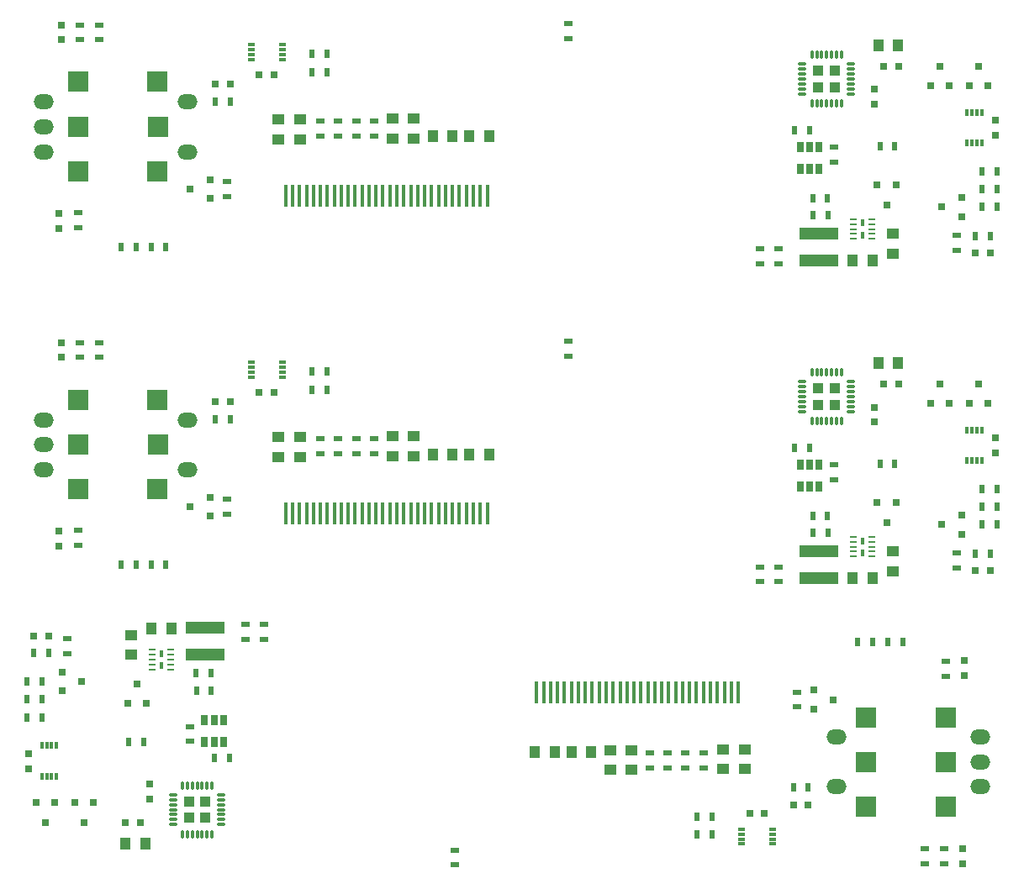
<source format=gbr>
G04 #@! TF.FileFunction,Paste,Top*
%FSLAX46Y46*%
G04 Gerber Fmt 4.6, Leading zero omitted, Abs format (unit mm)*
G04 Created by KiCad (PCBNEW (2016-05-02 BZR 6765, Git 2f87409)-product) date 2016-05-10 21:50:54*
%MOMM*%
%LPD*%
G01*
G04 APERTURE LIST*
%ADD10C,0.100000*%
%ADD11R,0.500000X0.900000*%
%ADD12R,0.900000X0.500000*%
%ADD13R,0.700000X0.250000*%
%ADD14R,0.384000X0.720000*%
%ADD15R,0.800100X0.800100*%
%ADD16R,0.400000X2.200000*%
%ADD17O,2.000000X1.524000*%
%ADD18R,2.000000X2.000000*%
%ADD19R,4.000000X1.300000*%
%ADD20R,0.300000X0.800000*%
%ADD21R,1.250000X1.000000*%
%ADD22R,1.000000X1.250000*%
%ADD23R,0.800000X0.750000*%
%ADD24R,0.750000X0.800000*%
%ADD25O,0.850000X0.300000*%
%ADD26O,0.300000X0.850000*%
%ADD27R,1.005000X1.005000*%
%ADD28R,0.650000X1.060000*%
%ADD29R,0.800000X0.300000*%
G04 APERTURE END LIST*
D10*
D11*
X168060000Y-71980000D03*
X169560000Y-71980000D03*
X178350000Y-74490000D03*
X179850000Y-74490000D03*
D12*
X163450000Y-72070000D03*
X163450000Y-73570000D03*
D13*
X167235000Y-81300000D03*
X167235000Y-80800000D03*
X167235000Y-80300000D03*
X167235000Y-79800000D03*
X167235000Y-79300000D03*
X165385000Y-79300000D03*
X165385000Y-79800000D03*
X165385000Y-80300000D03*
X165385000Y-80800000D03*
X165385000Y-81300000D03*
D14*
X166310000Y-79700000D03*
X166310000Y-80900000D03*
D15*
X176300760Y-79040000D03*
X176300760Y-77140000D03*
X174301780Y-78090000D03*
X173150000Y-65890760D03*
X175050000Y-65890760D03*
X174100000Y-63891780D03*
X177050000Y-65890760D03*
X178950000Y-65890760D03*
X178000000Y-63891780D03*
X100608980Y-77230000D03*
X100608980Y-75330000D03*
X98610000Y-76280000D03*
D11*
X161280000Y-77190000D03*
X162780000Y-77190000D03*
X161300000Y-78930000D03*
X162800000Y-78930000D03*
X159470000Y-70380000D03*
X160970000Y-70380000D03*
D12*
X136710000Y-59630000D03*
X136710000Y-61130000D03*
D11*
X179850000Y-76290000D03*
X178350000Y-76290000D03*
D12*
X102310000Y-75530000D03*
X102310000Y-77030000D03*
D11*
X179850000Y-78090000D03*
X178350000Y-78090000D03*
D12*
X175800000Y-82440000D03*
X175800000Y-80940000D03*
D11*
X177650000Y-80990000D03*
X179150000Y-80990000D03*
X94660000Y-82080000D03*
X96160000Y-82080000D03*
X91660000Y-82080000D03*
X93160000Y-82080000D03*
D12*
X157810000Y-82330000D03*
X157810000Y-83830000D03*
X89410000Y-59730000D03*
X89410000Y-61230000D03*
X156010000Y-82330000D03*
X156010000Y-83830000D03*
D11*
X101160000Y-67480000D03*
X102660000Y-67480000D03*
D12*
X87510000Y-61230000D03*
X87510000Y-59730000D03*
X87310000Y-78630000D03*
X87310000Y-80130000D03*
X117110000Y-70930000D03*
X117110000Y-69430000D03*
X111710000Y-70930000D03*
X111710000Y-69430000D03*
X115310000Y-70930000D03*
X115310000Y-69430000D03*
X113510000Y-70930000D03*
X113510000Y-69430000D03*
D16*
X128510000Y-76980000D03*
X127810000Y-76980000D03*
X127110000Y-76980000D03*
X126410000Y-76980000D03*
X125710000Y-76980000D03*
X125010000Y-76980000D03*
X124310000Y-76980000D03*
X123610000Y-76980000D03*
X122910000Y-76980000D03*
X122210000Y-76980000D03*
X121510000Y-76980000D03*
X120810000Y-76980000D03*
X120110000Y-76980000D03*
X119410000Y-76980000D03*
X118710000Y-76980000D03*
X118010000Y-76980000D03*
X117310000Y-76980000D03*
X116610000Y-76980000D03*
X115910000Y-76980000D03*
X115210000Y-76980000D03*
X114510000Y-76980000D03*
X113810000Y-76980000D03*
X113110000Y-76980000D03*
X112410000Y-76980000D03*
X111710000Y-76980000D03*
X111010000Y-76980000D03*
X110310000Y-76980000D03*
X109610000Y-76980000D03*
X108910000Y-76980000D03*
X108210000Y-76980000D03*
D17*
X83830000Y-72510000D03*
X83830000Y-70010000D03*
X83830000Y-67510000D03*
X98330000Y-67510000D03*
X98330000Y-72510000D03*
D18*
X87330000Y-70010000D03*
X95330000Y-70010000D03*
X95310000Y-65480000D03*
X87310000Y-65480000D03*
X95310000Y-74480000D03*
X87310000Y-74480000D03*
D19*
X161900000Y-83500000D03*
X161900000Y-80800000D03*
D20*
X178350000Y-71640000D03*
X178350000Y-68540000D03*
X177850000Y-71640000D03*
X177850000Y-68540000D03*
X177350000Y-71640000D03*
X177350000Y-68540000D03*
X176850000Y-71640000D03*
X176850000Y-68540000D03*
D21*
X169320000Y-80800000D03*
X169320000Y-82800000D03*
D22*
X167900000Y-61790000D03*
X169900000Y-61790000D03*
D23*
X168450000Y-63890000D03*
X169950000Y-63890000D03*
D24*
X167500000Y-66240000D03*
X167500000Y-67740000D03*
D22*
X165290000Y-83470000D03*
X167290000Y-83470000D03*
D23*
X177650000Y-82690000D03*
X179150000Y-82690000D03*
X102660000Y-65680000D03*
X101160000Y-65680000D03*
D24*
X85610000Y-59730000D03*
X85610000Y-61230000D03*
X85410000Y-80230000D03*
X85410000Y-78730000D03*
D21*
X119010000Y-69180000D03*
X119010000Y-71180000D03*
X109710000Y-71280000D03*
X109710000Y-69280000D03*
D22*
X128710000Y-70980000D03*
X126710000Y-70980000D03*
X125010000Y-70980000D03*
X123010000Y-70980000D03*
D21*
X121110000Y-71180000D03*
X121110000Y-69180000D03*
X107510000Y-71280000D03*
X107510000Y-69280000D03*
D25*
X165150000Y-66690000D03*
X165150000Y-66190000D03*
X165150000Y-65690000D03*
X165150000Y-65190000D03*
X165150000Y-64690000D03*
X165150000Y-64190000D03*
X165150000Y-63690000D03*
D26*
X164200000Y-62740000D03*
X163700000Y-62740000D03*
X163200000Y-62740000D03*
X162700000Y-62740000D03*
X162200000Y-62740000D03*
X161700000Y-62740000D03*
X161200000Y-62740000D03*
D25*
X160250000Y-63690000D03*
X160250000Y-64190000D03*
X160250000Y-64690000D03*
X160250000Y-65190000D03*
X160250000Y-65690000D03*
X160250000Y-66190000D03*
X160250000Y-66690000D03*
D26*
X161200000Y-67640000D03*
X161700000Y-67640000D03*
X162200000Y-67640000D03*
X162700000Y-67640000D03*
X163200000Y-67640000D03*
X163700000Y-67640000D03*
X164200000Y-67640000D03*
D27*
X161862500Y-64352500D03*
X161862500Y-66027500D03*
X163537500Y-64352500D03*
X163537500Y-66027500D03*
D24*
X179700000Y-70840000D03*
X179700000Y-69340000D03*
D15*
X169690000Y-75869240D03*
X167790000Y-75869240D03*
X168740000Y-77868220D03*
D28*
X160040000Y-74250000D03*
X160990000Y-74250000D03*
X161940000Y-74250000D03*
X161940000Y-72050000D03*
X160040000Y-72050000D03*
X160990000Y-72050000D03*
D23*
X105560000Y-64780000D03*
X107060000Y-64780000D03*
D11*
X112360000Y-64480000D03*
X110860000Y-64480000D03*
X112360000Y-62680000D03*
X110860000Y-62680000D03*
D29*
X104760000Y-63230000D03*
X107860000Y-63230000D03*
X104760000Y-62730000D03*
X107860000Y-62730000D03*
X104760000Y-62230000D03*
X107860000Y-62230000D03*
X104760000Y-61730000D03*
X107860000Y-61730000D03*
D11*
X168060000Y-103990000D03*
X169560000Y-103990000D03*
X178350000Y-106500000D03*
X179850000Y-106500000D03*
D12*
X163450000Y-104080000D03*
X163450000Y-105580000D03*
D13*
X167235000Y-113310000D03*
X167235000Y-112810000D03*
X167235000Y-112310000D03*
X167235000Y-111810000D03*
X167235000Y-111310000D03*
X165385000Y-111310000D03*
X165385000Y-111810000D03*
X165385000Y-112310000D03*
X165385000Y-112810000D03*
X165385000Y-113310000D03*
D14*
X166310000Y-111710000D03*
X166310000Y-112910000D03*
D15*
X176300760Y-111050000D03*
X176300760Y-109150000D03*
X174301780Y-110100000D03*
X173150000Y-97900760D03*
X175050000Y-97900760D03*
X174100000Y-95901780D03*
X177050000Y-97900760D03*
X178950000Y-97900760D03*
X178000000Y-95901780D03*
X100608980Y-109240000D03*
X100608980Y-107340000D03*
X98610000Y-108290000D03*
D11*
X161280000Y-109200000D03*
X162780000Y-109200000D03*
X161300000Y-110940000D03*
X162800000Y-110940000D03*
X159470000Y-102390000D03*
X160970000Y-102390000D03*
D12*
X136710000Y-91640000D03*
X136710000Y-93140000D03*
D11*
X179850000Y-108300000D03*
X178350000Y-108300000D03*
D12*
X102310000Y-107540000D03*
X102310000Y-109040000D03*
D11*
X179850000Y-110100000D03*
X178350000Y-110100000D03*
D12*
X175800000Y-114450000D03*
X175800000Y-112950000D03*
D11*
X177650000Y-113000000D03*
X179150000Y-113000000D03*
X94660000Y-114090000D03*
X96160000Y-114090000D03*
X91660000Y-114090000D03*
X93160000Y-114090000D03*
D12*
X157810000Y-114340000D03*
X157810000Y-115840000D03*
X89410000Y-91740000D03*
X89410000Y-93240000D03*
X156010000Y-114340000D03*
X156010000Y-115840000D03*
D11*
X101160000Y-99490000D03*
X102660000Y-99490000D03*
D12*
X87510000Y-93240000D03*
X87510000Y-91740000D03*
X87310000Y-110640000D03*
X87310000Y-112140000D03*
X117110000Y-102940000D03*
X117110000Y-101440000D03*
X111710000Y-102940000D03*
X111710000Y-101440000D03*
X115310000Y-102940000D03*
X115310000Y-101440000D03*
X113510000Y-102940000D03*
X113510000Y-101440000D03*
D16*
X128510000Y-108990000D03*
X127810000Y-108990000D03*
X127110000Y-108990000D03*
X126410000Y-108990000D03*
X125710000Y-108990000D03*
X125010000Y-108990000D03*
X124310000Y-108990000D03*
X123610000Y-108990000D03*
X122910000Y-108990000D03*
X122210000Y-108990000D03*
X121510000Y-108990000D03*
X120810000Y-108990000D03*
X120110000Y-108990000D03*
X119410000Y-108990000D03*
X118710000Y-108990000D03*
X118010000Y-108990000D03*
X117310000Y-108990000D03*
X116610000Y-108990000D03*
X115910000Y-108990000D03*
X115210000Y-108990000D03*
X114510000Y-108990000D03*
X113810000Y-108990000D03*
X113110000Y-108990000D03*
X112410000Y-108990000D03*
X111710000Y-108990000D03*
X111010000Y-108990000D03*
X110310000Y-108990000D03*
X109610000Y-108990000D03*
X108910000Y-108990000D03*
X108210000Y-108990000D03*
D17*
X83830000Y-104520000D03*
X83830000Y-102020000D03*
X83830000Y-99520000D03*
X98330000Y-99520000D03*
X98330000Y-104520000D03*
D18*
X87330000Y-102020000D03*
X95330000Y-102020000D03*
X95310000Y-97490000D03*
X87310000Y-97490000D03*
X95310000Y-106490000D03*
X87310000Y-106490000D03*
D19*
X161900000Y-115510000D03*
X161900000Y-112810000D03*
D20*
X178350000Y-103650000D03*
X178350000Y-100550000D03*
X177850000Y-103650000D03*
X177850000Y-100550000D03*
X177350000Y-103650000D03*
X177350000Y-100550000D03*
X176850000Y-103650000D03*
X176850000Y-100550000D03*
D21*
X169320000Y-112810000D03*
X169320000Y-114810000D03*
D22*
X167900000Y-93800000D03*
X169900000Y-93800000D03*
D23*
X168450000Y-95900000D03*
X169950000Y-95900000D03*
D24*
X167500000Y-98250000D03*
X167500000Y-99750000D03*
D22*
X165290000Y-115480000D03*
X167290000Y-115480000D03*
D23*
X177650000Y-114700000D03*
X179150000Y-114700000D03*
X102660000Y-97690000D03*
X101160000Y-97690000D03*
D24*
X85610000Y-91740000D03*
X85610000Y-93240000D03*
X85410000Y-112240000D03*
X85410000Y-110740000D03*
D21*
X119010000Y-101190000D03*
X119010000Y-103190000D03*
X109710000Y-103290000D03*
X109710000Y-101290000D03*
D22*
X128710000Y-102990000D03*
X126710000Y-102990000D03*
X125010000Y-102990000D03*
X123010000Y-102990000D03*
D21*
X121110000Y-103190000D03*
X121110000Y-101190000D03*
X107510000Y-103290000D03*
X107510000Y-101290000D03*
D25*
X165150000Y-98700000D03*
X165150000Y-98200000D03*
X165150000Y-97700000D03*
X165150000Y-97200000D03*
X165150000Y-96700000D03*
X165150000Y-96200000D03*
X165150000Y-95700000D03*
D26*
X164200000Y-94750000D03*
X163700000Y-94750000D03*
X163200000Y-94750000D03*
X162700000Y-94750000D03*
X162200000Y-94750000D03*
X161700000Y-94750000D03*
X161200000Y-94750000D03*
D25*
X160250000Y-95700000D03*
X160250000Y-96200000D03*
X160250000Y-96700000D03*
X160250000Y-97200000D03*
X160250000Y-97700000D03*
X160250000Y-98200000D03*
X160250000Y-98700000D03*
D26*
X161200000Y-99650000D03*
X161700000Y-99650000D03*
X162200000Y-99650000D03*
X162700000Y-99650000D03*
X163200000Y-99650000D03*
X163700000Y-99650000D03*
X164200000Y-99650000D03*
D27*
X161862500Y-96362500D03*
X161862500Y-98037500D03*
X163537500Y-96362500D03*
X163537500Y-98037500D03*
D24*
X179700000Y-102850000D03*
X179700000Y-101350000D03*
D15*
X169690000Y-107879240D03*
X167790000Y-107879240D03*
X168740000Y-109878220D03*
D28*
X160040000Y-106260000D03*
X160990000Y-106260000D03*
X161940000Y-106260000D03*
X161940000Y-104060000D03*
X160040000Y-104060000D03*
X160990000Y-104060000D03*
D23*
X105560000Y-96790000D03*
X107060000Y-96790000D03*
D11*
X112360000Y-96490000D03*
X110860000Y-96490000D03*
X112360000Y-94690000D03*
X110860000Y-94690000D03*
D29*
X104760000Y-95240000D03*
X107860000Y-95240000D03*
X104760000Y-94740000D03*
X107860000Y-94740000D03*
X104760000Y-94240000D03*
X107860000Y-94240000D03*
X104760000Y-93740000D03*
X107860000Y-93740000D03*
D11*
X93940000Y-132020000D03*
X92440000Y-132020000D03*
X83650000Y-129510000D03*
X82150000Y-129510000D03*
D12*
X98550000Y-131930000D03*
X98550000Y-130430000D03*
D13*
X94765000Y-122700000D03*
X94765000Y-123200000D03*
X94765000Y-123700000D03*
X94765000Y-124200000D03*
X94765000Y-124700000D03*
X96615000Y-124700000D03*
X96615000Y-124200000D03*
X96615000Y-123700000D03*
X96615000Y-123200000D03*
X96615000Y-122700000D03*
D14*
X95690000Y-124300000D03*
X95690000Y-123100000D03*
D15*
X85699240Y-124960000D03*
X85699240Y-126860000D03*
X87698220Y-125910000D03*
X88850000Y-138109240D03*
X86950000Y-138109240D03*
X87900000Y-140108220D03*
X84950000Y-138109240D03*
X83050000Y-138109240D03*
X84000000Y-140108220D03*
X161391020Y-126770000D03*
X161391020Y-128670000D03*
X163390000Y-127720000D03*
D11*
X100720000Y-126810000D03*
X99220000Y-126810000D03*
X100700000Y-125070000D03*
X99200000Y-125070000D03*
X102530000Y-133620000D03*
X101030000Y-133620000D03*
D12*
X125290000Y-144370000D03*
X125290000Y-142870000D03*
D11*
X82150000Y-127710000D03*
X83650000Y-127710000D03*
D12*
X159690000Y-128470000D03*
X159690000Y-126970000D03*
D11*
X82150000Y-125910000D03*
X83650000Y-125910000D03*
D12*
X86200000Y-121560000D03*
X86200000Y-123060000D03*
D11*
X84350000Y-123010000D03*
X82850000Y-123010000D03*
X167340000Y-121920000D03*
X165840000Y-121920000D03*
X170340000Y-121920000D03*
X168840000Y-121920000D03*
D12*
X104190000Y-121670000D03*
X104190000Y-120170000D03*
X172590000Y-144270000D03*
X172590000Y-142770000D03*
X105990000Y-121670000D03*
X105990000Y-120170000D03*
D11*
X160840000Y-136520000D03*
X159340000Y-136520000D03*
D12*
X174490000Y-142770000D03*
X174490000Y-144270000D03*
X174690000Y-125370000D03*
X174690000Y-123870000D03*
X144890000Y-133070000D03*
X144890000Y-134570000D03*
X150290000Y-133070000D03*
X150290000Y-134570000D03*
X146690000Y-133070000D03*
X146690000Y-134570000D03*
X148490000Y-133070000D03*
X148490000Y-134570000D03*
D16*
X133490000Y-127020000D03*
X134190000Y-127020000D03*
X134890000Y-127020000D03*
X135590000Y-127020000D03*
X136290000Y-127020000D03*
X136990000Y-127020000D03*
X137690000Y-127020000D03*
X138390000Y-127020000D03*
X139090000Y-127020000D03*
X139790000Y-127020000D03*
X140490000Y-127020000D03*
X141190000Y-127020000D03*
X141890000Y-127020000D03*
X142590000Y-127020000D03*
X143290000Y-127020000D03*
X143990000Y-127020000D03*
X144690000Y-127020000D03*
X145390000Y-127020000D03*
X146090000Y-127020000D03*
X146790000Y-127020000D03*
X147490000Y-127020000D03*
X148190000Y-127020000D03*
X148890000Y-127020000D03*
X149590000Y-127020000D03*
X150290000Y-127020000D03*
X150990000Y-127020000D03*
X151690000Y-127020000D03*
X152390000Y-127020000D03*
X153090000Y-127020000D03*
X153790000Y-127020000D03*
D17*
X178170000Y-131490000D03*
X178170000Y-133990000D03*
X178170000Y-136490000D03*
X163670000Y-136490000D03*
X163670000Y-131490000D03*
D18*
X174670000Y-133990000D03*
X166670000Y-133990000D03*
X166690000Y-138520000D03*
X174690000Y-138520000D03*
X166690000Y-129520000D03*
X174690000Y-129520000D03*
D19*
X100100000Y-120500000D03*
X100100000Y-123200000D03*
D20*
X83650000Y-132360000D03*
X83650000Y-135460000D03*
X84150000Y-132360000D03*
X84150000Y-135460000D03*
X84650000Y-132360000D03*
X84650000Y-135460000D03*
X85150000Y-132360000D03*
X85150000Y-135460000D03*
D21*
X92680000Y-123200000D03*
X92680000Y-121200000D03*
D22*
X94100000Y-142210000D03*
X92100000Y-142210000D03*
D23*
X93550000Y-140110000D03*
X92050000Y-140110000D03*
D24*
X94500000Y-137760000D03*
X94500000Y-136260000D03*
D22*
X96710000Y-120530000D03*
X94710000Y-120530000D03*
D23*
X84350000Y-121310000D03*
X82850000Y-121310000D03*
X159340000Y-138320000D03*
X160840000Y-138320000D03*
D24*
X176390000Y-144270000D03*
X176390000Y-142770000D03*
X176590000Y-123770000D03*
X176590000Y-125270000D03*
D21*
X142990000Y-134820000D03*
X142990000Y-132820000D03*
X152290000Y-132720000D03*
X152290000Y-134720000D03*
D22*
X133290000Y-133020000D03*
X135290000Y-133020000D03*
X136990000Y-133020000D03*
X138990000Y-133020000D03*
D21*
X140890000Y-132820000D03*
X140890000Y-134820000D03*
X154490000Y-132720000D03*
X154490000Y-134720000D03*
D25*
X96850000Y-137310000D03*
X96850000Y-137810000D03*
X96850000Y-138310000D03*
X96850000Y-138810000D03*
X96850000Y-139310000D03*
X96850000Y-139810000D03*
X96850000Y-140310000D03*
D26*
X97800000Y-141260000D03*
X98300000Y-141260000D03*
X98800000Y-141260000D03*
X99300000Y-141260000D03*
X99800000Y-141260000D03*
X100300000Y-141260000D03*
X100800000Y-141260000D03*
D25*
X101750000Y-140310000D03*
X101750000Y-139810000D03*
X101750000Y-139310000D03*
X101750000Y-138810000D03*
X101750000Y-138310000D03*
X101750000Y-137810000D03*
X101750000Y-137310000D03*
D26*
X100800000Y-136360000D03*
X100300000Y-136360000D03*
X99800000Y-136360000D03*
X99300000Y-136360000D03*
X98800000Y-136360000D03*
X98300000Y-136360000D03*
X97800000Y-136360000D03*
D27*
X100137500Y-139647500D03*
X100137500Y-137972500D03*
X98462500Y-139647500D03*
X98462500Y-137972500D03*
D24*
X82300000Y-133160000D03*
X82300000Y-134660000D03*
D15*
X92310000Y-128130760D03*
X94210000Y-128130760D03*
X93260000Y-126131780D03*
D28*
X101960000Y-129750000D03*
X101010000Y-129750000D03*
X100060000Y-129750000D03*
X100060000Y-131950000D03*
X101960000Y-131950000D03*
X101010000Y-131950000D03*
D23*
X156440000Y-139220000D03*
X154940000Y-139220000D03*
D11*
X149640000Y-139520000D03*
X151140000Y-139520000D03*
X149640000Y-141320000D03*
X151140000Y-141320000D03*
D29*
X157240000Y-140770000D03*
X154140000Y-140770000D03*
X157240000Y-141270000D03*
X154140000Y-141270000D03*
X157240000Y-141770000D03*
X154140000Y-141770000D03*
X157240000Y-142270000D03*
X154140000Y-142270000D03*
M02*

</source>
